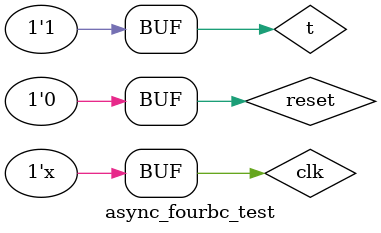
<source format=v>
`timescale 1ns / 1ps


module async_fourbc_test;

	// Inputs
	reg reset;
	reg clk;
	reg t;

	// Outputs
	wire [3:0] q;

	// Instantiate the Unit Under Test (UUT)
	async_fourbc uut (
		.reset(reset), 
		.clk(clk), 
		.t(t), 
		.q(q)
	);

	initial begin
		// Initialize Inputs
		reset = 0;
		clk = 0;
		t = 0;

		// Wait 100 ns for global reset to finish
		# 10 t=1;
        
		// Add stimulus here

	end
	
	always
	#10 clk=~clk;
      
endmodule


</source>
